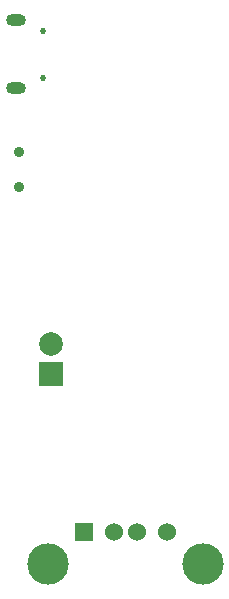
<source format=gbr>
%TF.GenerationSoftware,KiCad,Pcbnew,6.0.7-f9a2dced07~116~ubuntu20.04.1*%
%TF.CreationDate,2022-09-04T18:40:54+02:00*%
%TF.ProjectId,USBRadio,55534252-6164-4696-9f2e-6b696361645f,rev?*%
%TF.SameCoordinates,Original*%
%TF.FileFunction,Soldermask,Bot*%
%TF.FilePolarity,Negative*%
%FSLAX46Y46*%
G04 Gerber Fmt 4.6, Leading zero omitted, Abs format (unit mm)*
G04 Created by KiCad (PCBNEW 6.0.7-f9a2dced07~116~ubuntu20.04.1) date 2022-09-04 18:40:54*
%MOMM*%
%LPD*%
G01*
G04 APERTURE LIST*
%ADD10C,0.520000*%
%ADD11O,1.700000X1.000000*%
%ADD12C,0.900000*%
%ADD13R,1.524000X1.524000*%
%ADD14C,1.524000*%
%ADD15C,3.500000*%
%ADD16R,2.000000X2.000000*%
%ADD17C,2.000000*%
G04 APERTURE END LIST*
D10*
%TO.C,J1*%
X109120640Y-53932680D03*
D11*
X106770640Y-53057680D03*
X106770640Y-58807680D03*
D10*
X109120640Y-57932680D03*
%TD*%
D12*
%TO.C,SW1*%
X107086600Y-64198360D03*
X107086600Y-67198360D03*
%TD*%
D13*
%TO.C,J3*%
X112578000Y-96380500D03*
D14*
X115078000Y-96380500D03*
X117078000Y-96380500D03*
X119578000Y-96380500D03*
D15*
X122648000Y-99090500D03*
X109508000Y-99090500D03*
%TD*%
D16*
%TO.C,BT1*%
X109743240Y-82961480D03*
D17*
X109743240Y-80421480D03*
%TD*%
M02*

</source>
